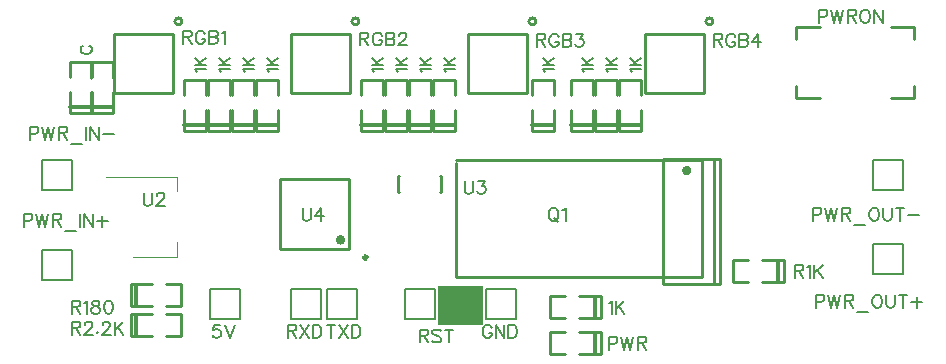
<source format=gto>
G04 ---------------------------- Layer name :TOP SILK LAYER*
G04 EasyEDA v5.4.12, Wed, 23 May 2018 11:05:33 GMT*
G04 2d2955f7f8a9499e967eeb654262379c*
G04 Gerber Generator version 0.2*
G04 Scale: 100 percent, Rotated: No, Reflected: No *
G04 Dimensions in millimeters *
G04 leading zeros omitted , absolute positions ,3 integer and 3 decimal *
%FSLAX33Y33*%
%MOMM*%
G90*
G71D02*

%ADD10C,0.254000*%
%ADD11C,0.399999*%
%ADD14C,0.203200*%
%ADD28C,0.119990*%
%ADD29C,0.249999*%
%ADD30C,0.330200*%
%ADD31C,0.202999*%
%ADD32C,0.299999*%
%ADD33C,0.177800*%

%LPD*%
G54D10*
G01X37338Y19304D02*
G01X58166Y19304D01*
G01X58166Y9398D01*
G01X37338Y9398D01*
G01X37338Y19050D01*
G54D28*
G01X9984Y11066D02*
G01X13746Y11066D01*
G01X13746Y12329D01*
G01X7736Y17889D02*
G01X13746Y17889D01*
G01X13746Y16626D01*
G54D10*
G01X35991Y17932D02*
G01X36093Y17932D01*
G01X36093Y16611D01*
G01X35991Y16611D01*
G01X32588Y16611D02*
G01X32435Y16611D01*
G01X32435Y17932D01*
G01X32588Y17932D01*
G01X68171Y24521D02*
G01X66169Y24521D01*
G01X66169Y25521D01*
G01X74170Y30520D02*
G01X76169Y30520D01*
G01X76169Y29519D01*
G01X66169Y29519D02*
G01X66169Y30520D01*
G01X68171Y30520D01*
G01X76169Y25521D02*
G01X76169Y24521D01*
G01X74170Y24521D01*
G54D29*
G01X58379Y29931D02*
G01X58379Y24932D01*
G01X58379Y24932D02*
G01X53380Y24932D01*
G01X53380Y29931D02*
G01X53380Y24932D01*
G01X58379Y29933D02*
G01X53380Y29933D01*
G01X43394Y29931D02*
G01X43394Y24932D01*
G01X43394Y24932D02*
G01X38393Y24932D01*
G01X38393Y29931D02*
G01X38393Y24932D01*
G01X43394Y29933D02*
G01X38393Y29933D01*
G01X28407Y29931D02*
G01X28407Y24932D01*
G01X28407Y24932D02*
G01X23408Y24932D01*
G01X23408Y29931D02*
G01X23408Y24932D01*
G01X28407Y29933D02*
G01X23408Y29933D01*
G01X13422Y29931D02*
G01X13422Y24932D01*
G01X13422Y24932D02*
G01X8421Y24932D01*
G01X8421Y29931D02*
G01X8421Y24932D01*
G01X13422Y29933D02*
G01X8421Y29933D01*
G54D30*
G01X64637Y10779D02*
G01X64637Y9032D01*
G54D10*
G01X63312Y10833D02*
G01X65112Y10833D01*
G01X65112Y8978D01*
G01X62113Y10833D02*
G01X60838Y10833D01*
G01X60838Y8978D01*
G01X60838Y8978D02*
G01X62113Y8978D01*
G01X63312Y8978D02*
G01X65112Y8978D01*
G54D30*
G01X10292Y7000D02*
G01X10292Y8747D01*
G54D10*
G01X11617Y6946D02*
G01X9817Y6946D01*
G01X9817Y8801D01*
G01X12816Y6946D02*
G01X14091Y6946D01*
G01X14091Y8801D01*
G01X14091Y8801D02*
G01X12816Y8801D01*
G01X11617Y8801D02*
G01X9817Y8801D01*
G54D30*
G01X10292Y4460D02*
G01X10292Y6207D01*
G54D10*
G01X11617Y4406D02*
G01X9817Y4406D01*
G01X9817Y6261D01*
G01X12816Y4406D02*
G01X14091Y4406D01*
G01X14091Y6261D01*
G01X14091Y6261D02*
G01X12816Y6261D01*
G01X11617Y6261D02*
G01X9817Y6261D01*
G01X59695Y19397D02*
G01X59695Y8796D01*
G01X54897Y8796D01*
G01X54897Y19397D01*
G01X59695Y19397D01*
G01X59197Y8796D02*
G01X59197Y19397D01*
G01X22451Y11783D02*
G01X28348Y11783D01*
G01X28348Y17680D01*
G01X22451Y17680D01*
G01X22451Y11783D01*
G54D14*
G01X25908Y5842D02*
G01X23368Y5842D01*
G01X23368Y8382D01*
G01X25908Y8382D01*
G01X25908Y6477D01*
G54D31*
G01X25908Y5842D02*
G01X25908Y6477D01*
G54D14*
G01X28956Y5842D02*
G01X26416Y5842D01*
G01X26416Y8382D01*
G01X28956Y8382D01*
G01X28956Y6477D01*
G54D31*
G01X28956Y5842D02*
G01X28956Y6477D01*
G54D14*
G01X35560Y5842D02*
G01X33020Y5842D01*
G01X33020Y8382D01*
G01X35560Y8382D01*
G01X35560Y6477D01*
G54D31*
G01X35560Y5842D02*
G01X35560Y6477D01*
G54D14*
G01X42418Y5842D02*
G01X39878Y5842D01*
G01X39878Y8382D01*
G01X42418Y8382D01*
G01X42418Y6477D01*
G54D31*
G01X42418Y5842D02*
G01X42418Y6477D01*
G54D14*
G01X19050Y5842D02*
G01X16510Y5842D01*
G01X16510Y8382D01*
G01X19050Y8382D01*
G01X19050Y6477D01*
G54D31*
G01X19050Y5842D02*
G01X19050Y6477D01*
G54D14*
G01X4826Y9144D02*
G01X2286Y9144D01*
G01X2286Y11684D01*
G01X4826Y11684D01*
G01X4826Y9779D01*
G54D31*
G01X4826Y9144D02*
G01X4826Y9779D01*
G54D14*
G01X4826Y16764D02*
G01X2286Y16764D01*
G01X2286Y19304D01*
G01X4826Y19304D01*
G01X4826Y17399D01*
G54D31*
G01X4826Y16764D02*
G01X4826Y17399D01*
G54D14*
G01X75184Y16764D02*
G01X72644Y16764D01*
G01X72644Y19304D01*
G01X75184Y19304D01*
G01X75184Y17399D01*
G54D31*
G01X75184Y16764D02*
G01X75184Y17399D01*
G54D14*
G01X75184Y9652D02*
G01X72644Y9652D01*
G01X72644Y12192D01*
G01X75184Y12192D01*
G01X75184Y10287D01*
G54D31*
G01X75184Y9652D02*
G01X75184Y10287D01*
G54D30*
G01X16113Y22230D02*
G01X14366Y22230D01*
G54D10*
G01X16167Y23555D02*
G01X16167Y21755D01*
G01X14312Y21755D01*
G01X16167Y24754D02*
G01X16167Y26029D01*
G01X14312Y26029D01*
G01X14312Y26029D02*
G01X14312Y24754D01*
G01X14312Y23555D02*
G01X14312Y21755D01*
G54D30*
G01X18145Y22230D02*
G01X16398Y22230D01*
G54D10*
G01X18199Y23555D02*
G01X18199Y21755D01*
G01X16344Y21755D01*
G01X18199Y24754D02*
G01X18199Y26029D01*
G01X16344Y26029D01*
G01X16344Y26029D02*
G01X16344Y24754D01*
G01X16344Y23555D02*
G01X16344Y21755D01*
G54D30*
G01X20177Y22230D02*
G01X18430Y22230D01*
G54D10*
G01X20231Y23555D02*
G01X20231Y21755D01*
G01X18376Y21755D01*
G01X20231Y24754D02*
G01X20231Y26029D01*
G01X18376Y26029D01*
G01X18376Y26029D02*
G01X18376Y24754D01*
G01X18376Y23555D02*
G01X18376Y21755D01*
G54D30*
G01X22209Y22230D02*
G01X20462Y22230D01*
G54D10*
G01X22263Y23555D02*
G01X22263Y21755D01*
G01X20408Y21755D01*
G01X22263Y24754D02*
G01X22263Y26029D01*
G01X20408Y26029D01*
G01X20408Y26029D02*
G01X20408Y24754D01*
G01X20408Y23555D02*
G01X20408Y21755D01*
G54D30*
G01X49143Y4683D02*
G01X49143Y2936D01*
G54D10*
G01X47818Y4737D02*
G01X49618Y4737D01*
G01X49618Y2882D01*
G01X46619Y4737D02*
G01X45344Y4737D01*
G01X45344Y2882D01*
G01X45344Y2882D02*
G01X46619Y2882D01*
G01X47818Y2882D02*
G01X49618Y2882D01*
G54D30*
G01X49146Y7729D02*
G01X49146Y5981D01*
G54D10*
G01X47820Y7782D02*
G01X49621Y7782D01*
G01X49621Y5928D01*
G01X46621Y7782D02*
G01X45346Y7782D01*
G01X45346Y5928D01*
G01X45346Y5928D02*
G01X46621Y5928D01*
G01X47820Y5928D02*
G01X49621Y5928D01*
G54D30*
G01X31099Y22230D02*
G01X29352Y22230D01*
G54D10*
G01X31153Y23555D02*
G01X31153Y21755D01*
G01X29298Y21755D01*
G01X31153Y24754D02*
G01X31153Y26029D01*
G01X29298Y26029D01*
G01X29298Y26029D02*
G01X29298Y24754D01*
G01X29298Y23555D02*
G01X29298Y21755D01*
G54D30*
G01X33131Y22230D02*
G01X31384Y22230D01*
G54D10*
G01X33185Y23555D02*
G01X33185Y21755D01*
G01X31330Y21755D01*
G01X33185Y24754D02*
G01X33185Y26029D01*
G01X31330Y26029D01*
G01X31330Y26029D02*
G01X31330Y24754D01*
G01X31330Y23555D02*
G01X31330Y21755D01*
G54D30*
G01X35163Y22230D02*
G01X33416Y22230D01*
G54D10*
G01X35217Y23555D02*
G01X35217Y21755D01*
G01X33362Y21755D01*
G01X35217Y24754D02*
G01X35217Y26029D01*
G01X33362Y26029D01*
G01X33362Y26029D02*
G01X33362Y24754D01*
G01X33362Y23555D02*
G01X33362Y21755D01*
G54D30*
G01X37195Y22230D02*
G01X35448Y22230D01*
G54D10*
G01X37249Y23555D02*
G01X37249Y21755D01*
G01X35394Y21755D01*
G01X37249Y24754D02*
G01X37249Y26029D01*
G01X35394Y26029D01*
G01X35394Y26029D02*
G01X35394Y24754D01*
G01X35394Y23555D02*
G01X35394Y21755D01*
G54D30*
G01X45577Y22230D02*
G01X43830Y22230D01*
G54D10*
G01X45631Y23555D02*
G01X45631Y21755D01*
G01X43776Y21755D01*
G01X45631Y24754D02*
G01X45631Y26029D01*
G01X43776Y26029D01*
G01X43776Y26029D02*
G01X43776Y24754D01*
G01X43776Y23555D02*
G01X43776Y21755D01*
G54D30*
G01X48879Y22230D02*
G01X47132Y22230D01*
G54D10*
G01X48933Y23555D02*
G01X48933Y21755D01*
G01X47078Y21755D01*
G01X48933Y24754D02*
G01X48933Y26029D01*
G01X47078Y26029D01*
G01X47078Y26029D02*
G01X47078Y24754D01*
G01X47078Y23555D02*
G01X47078Y21755D01*
G54D30*
G01X50911Y22230D02*
G01X49164Y22230D01*
G54D10*
G01X50965Y23555D02*
G01X50965Y21755D01*
G01X49110Y21755D01*
G01X50965Y24754D02*
G01X50965Y26029D01*
G01X49110Y26029D01*
G01X49110Y26029D02*
G01X49110Y24754D01*
G01X49110Y23555D02*
G01X49110Y21755D01*
G54D30*
G01X52943Y22230D02*
G01X51196Y22230D01*
G54D10*
G01X52997Y23555D02*
G01X52997Y21755D01*
G01X51142Y21755D01*
G01X52997Y24754D02*
G01X52997Y26029D01*
G01X51142Y26029D01*
G01X51142Y26029D02*
G01X51142Y24754D01*
G01X51142Y23555D02*
G01X51142Y21755D01*
G54D30*
G01X6461Y23754D02*
G01X4714Y23754D01*
G54D10*
G01X6515Y25079D02*
G01X6515Y23279D01*
G01X4660Y23279D01*
G01X6515Y26278D02*
G01X6515Y27553D01*
G01X4660Y27553D01*
G01X4660Y27553D02*
G01X4660Y26278D01*
G01X4660Y25079D02*
G01X4660Y23279D01*
G54D30*
G01X8239Y23751D02*
G01X6492Y23751D01*
G54D10*
G01X8293Y25077D02*
G01X8293Y23276D01*
G01X6438Y23276D01*
G01X8293Y26276D02*
G01X8293Y27551D01*
G01X6438Y27551D01*
G01X6438Y27551D02*
G01X6438Y26276D01*
G01X6438Y25077D02*
G01X6438Y23276D01*
G54D33*
G01X10922Y16510D02*
G01X10922Y15732D01*
G01X10972Y15575D01*
G01X11076Y15471D01*
G01X11234Y15420D01*
G01X11338Y15420D01*
G01X11493Y15471D01*
G01X11597Y15575D01*
G01X11648Y15732D01*
G01X11648Y16510D01*
G01X12044Y16250D02*
G01X12044Y16304D01*
G01X12095Y16408D01*
G01X12148Y16459D01*
G01X12252Y16510D01*
G01X12458Y16510D01*
G01X12562Y16459D01*
G01X12616Y16408D01*
G01X12666Y16304D01*
G01X12666Y16200D01*
G01X12616Y16095D01*
G01X12512Y15938D01*
G01X11991Y15420D01*
G01X12720Y15420D01*
G01X38100Y17526D02*
G01X38100Y16748D01*
G01X38150Y16591D01*
G01X38254Y16487D01*
G01X38412Y16436D01*
G01X38516Y16436D01*
G01X38671Y16487D01*
G01X38775Y16591D01*
G01X38826Y16748D01*
G01X38826Y17526D01*
G01X39273Y17526D02*
G01X39844Y17526D01*
G01X39535Y17111D01*
G01X39690Y17111D01*
G01X39794Y17058D01*
G01X39844Y17007D01*
G01X39898Y16852D01*
G01X39898Y16748D01*
G01X39844Y16591D01*
G01X39740Y16487D01*
G01X39585Y16436D01*
G01X39430Y16436D01*
G01X39273Y16487D01*
G01X39222Y16540D01*
G01X39169Y16644D01*
G01X68072Y32003D02*
G01X68072Y30914D01*
G01X68072Y32003D02*
G01X68539Y32003D01*
G01X68694Y31953D01*
G01X68747Y31902D01*
G01X68798Y31798D01*
G01X68798Y31640D01*
G01X68747Y31536D01*
G01X68694Y31485D01*
G01X68539Y31432D01*
G01X68072Y31432D01*
G01X69141Y32003D02*
G01X69402Y30914D01*
G01X69662Y32003D02*
G01X69402Y30914D01*
G01X69662Y32003D02*
G01X69921Y30914D01*
G01X70180Y32003D02*
G01X69921Y30914D01*
G01X70523Y32003D02*
G01X70523Y30914D01*
G01X70523Y32003D02*
G01X70993Y32003D01*
G01X71147Y31953D01*
G01X71198Y31902D01*
G01X71252Y31798D01*
G01X71252Y31694D01*
G01X71198Y31589D01*
G01X71147Y31536D01*
G01X70993Y31485D01*
G01X70523Y31485D01*
G01X70888Y31485D02*
G01X71252Y30914D01*
G01X71907Y32003D02*
G01X71803Y31953D01*
G01X71699Y31849D01*
G01X71645Y31744D01*
G01X71594Y31589D01*
G01X71594Y31330D01*
G01X71645Y31173D01*
G01X71699Y31069D01*
G01X71803Y30965D01*
G01X71907Y30914D01*
G01X72113Y30914D01*
G01X72217Y30965D01*
G01X72321Y31069D01*
G01X72374Y31173D01*
G01X72425Y31330D01*
G01X72425Y31589D01*
G01X72374Y31744D01*
G01X72321Y31849D01*
G01X72217Y31953D01*
G01X72113Y32003D01*
G01X71907Y32003D01*
G01X72768Y32003D02*
G01X72768Y30914D01*
G01X72768Y32003D02*
G01X73494Y30914D01*
G01X73494Y32003D02*
G01X73494Y30914D01*
G01X59182Y29972D02*
G01X59182Y28882D01*
G01X59182Y29972D02*
G01X59649Y29972D01*
G01X59804Y29921D01*
G01X59857Y29870D01*
G01X59908Y29766D01*
G01X59908Y29662D01*
G01X59857Y29558D01*
G01X59804Y29504D01*
G01X59649Y29453D01*
G01X59182Y29453D01*
G01X59545Y29453D02*
G01X59908Y28882D01*
G01X61031Y29712D02*
G01X60980Y29817D01*
G01X60876Y29921D01*
G01X60772Y29972D01*
G01X60563Y29972D01*
G01X60459Y29921D01*
G01X60355Y29817D01*
G01X60304Y29712D01*
G01X60251Y29558D01*
G01X60251Y29298D01*
G01X60304Y29141D01*
G01X60355Y29037D01*
G01X60459Y28933D01*
G01X60563Y28882D01*
G01X60772Y28882D01*
G01X60876Y28933D01*
G01X60980Y29037D01*
G01X61031Y29141D01*
G01X61031Y29298D01*
G01X60772Y29298D02*
G01X61031Y29298D01*
G01X61374Y29972D02*
G01X61374Y28882D01*
G01X61374Y29972D02*
G01X61841Y29972D01*
G01X61998Y29921D01*
G01X62049Y29870D01*
G01X62103Y29766D01*
G01X62103Y29662D01*
G01X62049Y29558D01*
G01X61998Y29504D01*
G01X61841Y29453D01*
G01X61374Y29453D02*
G01X61841Y29453D01*
G01X61998Y29400D01*
G01X62049Y29349D01*
G01X62103Y29245D01*
G01X62103Y29090D01*
G01X62049Y28986D01*
G01X61998Y28933D01*
G01X61841Y28882D01*
G01X61374Y28882D01*
G01X62964Y29972D02*
G01X62445Y29245D01*
G01X63223Y29245D01*
G01X62964Y29972D02*
G01X62964Y28882D01*
G01X44209Y29971D02*
G01X44209Y28882D01*
G01X44209Y29971D02*
G01X44677Y29971D01*
G01X44832Y29921D01*
G01X44883Y29870D01*
G01X44936Y29766D01*
G01X44936Y29662D01*
G01X44883Y29557D01*
G01X44832Y29504D01*
G01X44677Y29453D01*
G01X44209Y29453D01*
G01X44573Y29453D02*
G01X44936Y28882D01*
G01X46059Y29712D02*
G01X46005Y29817D01*
G01X45901Y29921D01*
G01X45797Y29971D01*
G01X45591Y29971D01*
G01X45487Y29921D01*
G01X45383Y29817D01*
G01X45330Y29712D01*
G01X45279Y29557D01*
G01X45279Y29298D01*
G01X45330Y29141D01*
G01X45383Y29037D01*
G01X45487Y28933D01*
G01X45591Y28882D01*
G01X45797Y28882D01*
G01X45901Y28933D01*
G01X46005Y29037D01*
G01X46059Y29141D01*
G01X46059Y29298D01*
G01X45797Y29298D02*
G01X46059Y29298D01*
G01X46401Y29971D02*
G01X46401Y28882D01*
G01X46401Y29971D02*
G01X46869Y29971D01*
G01X47024Y29921D01*
G01X47077Y29870D01*
G01X47128Y29766D01*
G01X47128Y29662D01*
G01X47077Y29557D01*
G01X47024Y29504D01*
G01X46869Y29453D01*
G01X46401Y29453D02*
G01X46869Y29453D01*
G01X47024Y29400D01*
G01X47077Y29349D01*
G01X47128Y29245D01*
G01X47128Y29090D01*
G01X47077Y28986D01*
G01X47024Y28933D01*
G01X46869Y28882D01*
G01X46401Y28882D01*
G01X47575Y29971D02*
G01X48146Y29971D01*
G01X47834Y29557D01*
G01X47991Y29557D01*
G01X48096Y29504D01*
G01X48146Y29453D01*
G01X48197Y29298D01*
G01X48197Y29194D01*
G01X48146Y29037D01*
G01X48042Y28933D01*
G01X47887Y28882D01*
G01X47730Y28882D01*
G01X47575Y28933D01*
G01X47524Y28986D01*
G01X47471Y29090D01*
G01X29237Y30086D02*
G01X29237Y28996D01*
G01X29237Y30086D02*
G01X29705Y30086D01*
G01X29860Y30035D01*
G01X29913Y29984D01*
G01X29964Y29880D01*
G01X29964Y29776D01*
G01X29913Y29672D01*
G01X29860Y29618D01*
G01X29705Y29568D01*
G01X29237Y29568D01*
G01X29601Y29568D02*
G01X29964Y28996D01*
G01X31087Y29827D02*
G01X31036Y29931D01*
G01X30932Y30035D01*
G01X30827Y30086D01*
G01X30619Y30086D01*
G01X30515Y30035D01*
G01X30411Y29931D01*
G01X30360Y29827D01*
G01X30307Y29672D01*
G01X30307Y29413D01*
G01X30360Y29255D01*
G01X30411Y29151D01*
G01X30515Y29047D01*
G01X30619Y28996D01*
G01X30827Y28996D01*
G01X30932Y29047D01*
G01X31036Y29151D01*
G01X31087Y29255D01*
G01X31087Y29413D01*
G01X30827Y29413D02*
G01X31087Y29413D01*
G01X31429Y30086D02*
G01X31429Y28996D01*
G01X31429Y30086D02*
G01X31897Y30086D01*
G01X32054Y30035D01*
G01X32105Y29984D01*
G01X32158Y29880D01*
G01X32158Y29776D01*
G01X32105Y29672D01*
G01X32054Y29618D01*
G01X31897Y29568D01*
G01X31429Y29568D02*
G01X31897Y29568D01*
G01X32054Y29514D01*
G01X32105Y29464D01*
G01X32158Y29359D01*
G01X32158Y29204D01*
G01X32105Y29100D01*
G01X32054Y29047D01*
G01X31897Y28996D01*
G01X31429Y28996D01*
G01X32552Y29827D02*
G01X32552Y29880D01*
G01X32603Y29984D01*
G01X32656Y30035D01*
G01X32760Y30086D01*
G01X32969Y30086D01*
G01X33073Y30035D01*
G01X33124Y29984D01*
G01X33174Y29880D01*
G01X33174Y29776D01*
G01X33124Y29672D01*
G01X33019Y29514D01*
G01X32501Y28996D01*
G01X33228Y28996D01*
G01X14265Y30226D02*
G01X14265Y29136D01*
G01X14265Y30226D02*
G01X14733Y30226D01*
G01X14888Y30175D01*
G01X14938Y30124D01*
G01X14992Y30020D01*
G01X14992Y29916D01*
G01X14938Y29811D01*
G01X14888Y29758D01*
G01X14733Y29707D01*
G01X14265Y29707D01*
G01X14629Y29707D02*
G01X14992Y29136D01*
G01X16115Y29966D02*
G01X16061Y30071D01*
G01X15957Y30175D01*
G01X15853Y30226D01*
G01X15647Y30226D01*
G01X15543Y30175D01*
G01X15439Y30071D01*
G01X15386Y29966D01*
G01X15335Y29811D01*
G01X15335Y29552D01*
G01X15386Y29395D01*
G01X15439Y29291D01*
G01X15543Y29187D01*
G01X15647Y29136D01*
G01X15853Y29136D01*
G01X15957Y29187D01*
G01X16061Y29291D01*
G01X16115Y29395D01*
G01X16115Y29552D01*
G01X15853Y29552D02*
G01X16115Y29552D01*
G01X16457Y30226D02*
G01X16457Y29136D01*
G01X16457Y30226D02*
G01X16925Y30226D01*
G01X17080Y30175D01*
G01X17133Y30124D01*
G01X17184Y30020D01*
G01X17184Y29916D01*
G01X17133Y29811D01*
G01X17080Y29758D01*
G01X16925Y29707D01*
G01X16457Y29707D02*
G01X16925Y29707D01*
G01X17080Y29654D01*
G01X17133Y29603D01*
G01X17184Y29499D01*
G01X17184Y29344D01*
G01X17133Y29240D01*
G01X17080Y29187D01*
G01X16925Y29136D01*
G01X16457Y29136D01*
G01X17527Y30020D02*
G01X17631Y30071D01*
G01X17786Y30226D01*
G01X17786Y29136D01*
G01X66039Y10414D02*
G01X66039Y9324D01*
G01X66039Y10414D02*
G01X66507Y10414D01*
G01X66662Y10363D01*
G01X66715Y10312D01*
G01X66766Y10208D01*
G01X66766Y10104D01*
G01X66715Y10000D01*
G01X66662Y9946D01*
G01X66507Y9895D01*
G01X66039Y9895D01*
G01X66403Y9895D02*
G01X66766Y9324D01*
G01X67109Y10208D02*
G01X67213Y10259D01*
G01X67370Y10414D01*
G01X67370Y9324D01*
G01X67713Y10414D02*
G01X67713Y9324D01*
G01X68440Y10414D02*
G01X67713Y9687D01*
G01X67972Y9946D02*
G01X68440Y9324D01*
G01X4826Y7366D02*
G01X4826Y6276D01*
G01X4826Y7366D02*
G01X5293Y7366D01*
G01X5448Y7315D01*
G01X5501Y7264D01*
G01X5552Y7160D01*
G01X5552Y7056D01*
G01X5501Y6951D01*
G01X5448Y6898D01*
G01X5293Y6847D01*
G01X4826Y6847D01*
G01X5189Y6847D02*
G01X5552Y6276D01*
G01X5895Y7160D02*
G01X5999Y7211D01*
G01X6156Y7366D01*
G01X6156Y6276D01*
G01X6758Y7366D02*
G01X6604Y7315D01*
G01X6550Y7211D01*
G01X6550Y7106D01*
G01X6604Y7002D01*
G01X6705Y6951D01*
G01X6913Y6898D01*
G01X7071Y6847D01*
G01X7175Y6743D01*
G01X7226Y6639D01*
G01X7226Y6484D01*
G01X7175Y6380D01*
G01X7122Y6327D01*
G01X6967Y6276D01*
G01X6758Y6276D01*
G01X6604Y6327D01*
G01X6550Y6380D01*
G01X6499Y6484D01*
G01X6499Y6639D01*
G01X6550Y6743D01*
G01X6654Y6847D01*
G01X6809Y6898D01*
G01X7018Y6951D01*
G01X7122Y7002D01*
G01X7175Y7106D01*
G01X7175Y7211D01*
G01X7122Y7315D01*
G01X6967Y7366D01*
G01X6758Y7366D01*
G01X7881Y7366D02*
G01X7724Y7315D01*
G01X7620Y7160D01*
G01X7569Y6898D01*
G01X7569Y6743D01*
G01X7620Y6484D01*
G01X7724Y6327D01*
G01X7881Y6276D01*
G01X7985Y6276D01*
G01X8140Y6327D01*
G01X8244Y6484D01*
G01X8295Y6743D01*
G01X8295Y6898D01*
G01X8244Y7160D01*
G01X8140Y7315D01*
G01X7985Y7366D01*
G01X7881Y7366D01*
G01X4826Y5588D02*
G01X4826Y4498D01*
G01X4826Y5588D02*
G01X5293Y5588D01*
G01X5448Y5537D01*
G01X5501Y5486D01*
G01X5552Y5382D01*
G01X5552Y5278D01*
G01X5501Y5173D01*
G01X5448Y5120D01*
G01X5293Y5069D01*
G01X4826Y5069D01*
G01X5189Y5069D02*
G01X5552Y4498D01*
G01X5948Y5328D02*
G01X5948Y5382D01*
G01X5999Y5486D01*
G01X6052Y5537D01*
G01X6156Y5588D01*
G01X6362Y5588D01*
G01X6466Y5537D01*
G01X6520Y5486D01*
G01X6570Y5382D01*
G01X6570Y5278D01*
G01X6520Y5173D01*
G01X6416Y5016D01*
G01X5895Y4498D01*
G01X6624Y4498D01*
G01X7018Y4757D02*
G01X6967Y4706D01*
G01X7018Y4653D01*
G01X7071Y4706D01*
G01X7018Y4757D01*
G01X7465Y5328D02*
G01X7465Y5382D01*
G01X7518Y5486D01*
G01X7569Y5537D01*
G01X7673Y5588D01*
G01X7881Y5588D01*
G01X7985Y5537D01*
G01X8036Y5486D01*
G01X8089Y5382D01*
G01X8089Y5278D01*
G01X8036Y5173D01*
G01X7932Y5016D01*
G01X7414Y4498D01*
G01X8140Y4498D01*
G01X8483Y5588D02*
G01X8483Y4498D01*
G01X9210Y5588D02*
G01X8483Y4861D01*
G01X8742Y5120D02*
G01X9210Y4498D01*
G01X45524Y15240D02*
G01X45420Y15189D01*
G01X45316Y15085D01*
G01X45262Y14980D01*
G01X45212Y14825D01*
G01X45212Y14566D01*
G01X45262Y14409D01*
G01X45316Y14305D01*
G01X45420Y14201D01*
G01X45524Y14150D01*
G01X45732Y14150D01*
G01X45834Y14201D01*
G01X45938Y14305D01*
G01X45991Y14409D01*
G01X46042Y14566D01*
G01X46042Y14825D01*
G01X45991Y14980D01*
G01X45938Y15085D01*
G01X45834Y15189D01*
G01X45732Y15240D01*
G01X45524Y15240D01*
G01X45679Y14358D02*
G01X45991Y14046D01*
G01X46385Y15034D02*
G01X46489Y15085D01*
G01X46647Y15240D01*
G01X46647Y14150D01*
G01X24384Y15240D02*
G01X24384Y14462D01*
G01X24434Y14305D01*
G01X24538Y14201D01*
G01X24696Y14150D01*
G01X24800Y14150D01*
G01X24955Y14201D01*
G01X25059Y14305D01*
G01X25110Y14462D01*
G01X25110Y15240D01*
G01X25974Y15240D02*
G01X25453Y14513D01*
G01X26233Y14513D01*
G01X25974Y15240D02*
G01X25974Y14150D01*
G01X23114Y5334D02*
G01X23114Y4244D01*
G01X23114Y5334D02*
G01X23581Y5334D01*
G01X23736Y5283D01*
G01X23789Y5232D01*
G01X23840Y5128D01*
G01X23840Y5024D01*
G01X23789Y4919D01*
G01X23736Y4866D01*
G01X23581Y4815D01*
G01X23114Y4815D01*
G01X23477Y4815D02*
G01X23840Y4244D01*
G01X24183Y5334D02*
G01X24912Y4244D01*
G01X24912Y5334D02*
G01X24183Y4244D01*
G01X25255Y5334D02*
G01X25255Y4244D01*
G01X25255Y5334D02*
G01X25618Y5334D01*
G01X25773Y5283D01*
G01X25877Y5179D01*
G01X25930Y5074D01*
G01X25981Y4919D01*
G01X25981Y4660D01*
G01X25930Y4503D01*
G01X25877Y4399D01*
G01X25773Y4295D01*
G01X25618Y4244D01*
G01X25255Y4244D01*
G01X26779Y5334D02*
G01X26779Y4244D01*
G01X26416Y5334D02*
G01X27142Y5334D01*
G01X27485Y5334D02*
G01X28214Y4244D01*
G01X28214Y5334D02*
G01X27485Y4244D01*
G01X28557Y5334D02*
G01X28557Y4244D01*
G01X28557Y5334D02*
G01X28920Y5334D01*
G01X29075Y5283D01*
G01X29179Y5179D01*
G01X29232Y5074D01*
G01X29283Y4919D01*
G01X29283Y4660D01*
G01X29232Y4503D01*
G01X29179Y4399D01*
G01X29075Y4295D01*
G01X28920Y4244D01*
G01X28557Y4244D01*
G01X34290Y4940D02*
G01X34290Y3850D01*
G01X34290Y4940D02*
G01X34757Y4940D01*
G01X34912Y4889D01*
G01X34965Y4838D01*
G01X35016Y4734D01*
G01X35016Y4630D01*
G01X34965Y4526D01*
G01X34912Y4472D01*
G01X34757Y4422D01*
G01X34290Y4422D01*
G01X34653Y4422D02*
G01X35016Y3850D01*
G01X36088Y4785D02*
G01X35984Y4889D01*
G01X35826Y4940D01*
G01X35620Y4940D01*
G01X35463Y4889D01*
G01X35359Y4785D01*
G01X35359Y4681D01*
G01X35412Y4577D01*
G01X35463Y4526D01*
G01X35567Y4472D01*
G01X35880Y4368D01*
G01X35984Y4318D01*
G01X36034Y4267D01*
G01X36088Y4163D01*
G01X36088Y4005D01*
G01X35984Y3901D01*
G01X35826Y3850D01*
G01X35620Y3850D01*
G01X35463Y3901D01*
G01X35359Y4005D01*
G01X36794Y4940D02*
G01X36794Y3850D01*
G01X36431Y4940D02*
G01X37157Y4940D01*
G01X40403Y5074D02*
G01X40350Y5179D01*
G01X40246Y5283D01*
G01X40144Y5334D01*
G01X39936Y5334D01*
G01X39832Y5283D01*
G01X39728Y5179D01*
G01X39674Y5074D01*
G01X39624Y4919D01*
G01X39624Y4660D01*
G01X39674Y4503D01*
G01X39728Y4399D01*
G01X39832Y4295D01*
G01X39936Y4244D01*
G01X40144Y4244D01*
G01X40246Y4295D01*
G01X40350Y4399D01*
G01X40403Y4503D01*
G01X40403Y4660D01*
G01X40144Y4660D02*
G01X40403Y4660D01*
G01X40746Y5334D02*
G01X40746Y4244D01*
G01X40746Y5334D02*
G01X41473Y4244D01*
G01X41473Y5334D02*
G01X41473Y4244D01*
G01X41816Y5334D02*
G01X41816Y4244D01*
G01X41816Y5334D02*
G01X42179Y5334D01*
G01X42336Y5283D01*
G01X42440Y5179D01*
G01X42491Y5074D01*
G01X42545Y4919D01*
G01X42545Y4660D01*
G01X42491Y4503D01*
G01X42440Y4399D01*
G01X42336Y4295D01*
G01X42179Y4244D01*
G01X41816Y4244D01*
G01X17386Y5334D02*
G01X16868Y5334D01*
G01X16814Y4866D01*
G01X16868Y4919D01*
G01X17023Y4970D01*
G01X17180Y4970D01*
G01X17335Y4919D01*
G01X17439Y4815D01*
G01X17490Y4660D01*
G01X17490Y4556D01*
G01X17439Y4399D01*
G01X17335Y4295D01*
G01X17180Y4244D01*
G01X17023Y4244D01*
G01X16868Y4295D01*
G01X16814Y4348D01*
G01X16764Y4452D01*
G01X17833Y5334D02*
G01X18249Y4244D01*
G01X18666Y5334D02*
G01X18249Y4244D01*
G01X762Y14732D02*
G01X762Y13642D01*
G01X762Y14732D02*
G01X1229Y14732D01*
G01X1384Y14681D01*
G01X1437Y14630D01*
G01X1488Y14526D01*
G01X1488Y14368D01*
G01X1437Y14264D01*
G01X1384Y14213D01*
G01X1229Y14160D01*
G01X762Y14160D01*
G01X1831Y14732D02*
G01X2092Y13642D01*
G01X2352Y14732D02*
G01X2092Y13642D01*
G01X2352Y14732D02*
G01X2611Y13642D01*
G01X2870Y14732D02*
G01X2611Y13642D01*
G01X3213Y14732D02*
G01X3213Y13642D01*
G01X3213Y14732D02*
G01X3683Y14732D01*
G01X3837Y14681D01*
G01X3888Y14630D01*
G01X3942Y14526D01*
G01X3942Y14422D01*
G01X3888Y14317D01*
G01X3837Y14264D01*
G01X3683Y14213D01*
G01X3213Y14213D01*
G01X3578Y14213D02*
G01X3942Y13642D01*
G01X4284Y13279D02*
G01X5219Y13279D01*
G01X5562Y14732D02*
G01X5562Y13642D01*
G01X5905Y14732D02*
G01X5905Y13642D01*
G01X5905Y14732D02*
G01X6631Y13642D01*
G01X6631Y14732D02*
G01X6631Y13642D01*
G01X7442Y14577D02*
G01X7442Y13642D01*
G01X6974Y14109D02*
G01X7912Y14109D01*
G01X1270Y22098D02*
G01X1270Y21008D01*
G01X1270Y22098D02*
G01X1737Y22098D01*
G01X1892Y22047D01*
G01X1945Y21996D01*
G01X1996Y21892D01*
G01X1996Y21734D01*
G01X1945Y21630D01*
G01X1892Y21579D01*
G01X1737Y21526D01*
G01X1270Y21526D01*
G01X2339Y22098D02*
G01X2600Y21008D01*
G01X2860Y22098D02*
G01X2600Y21008D01*
G01X2860Y22098D02*
G01X3119Y21008D01*
G01X3378Y22098D02*
G01X3119Y21008D01*
G01X3721Y22098D02*
G01X3721Y21008D01*
G01X3721Y22098D02*
G01X4191Y22098D01*
G01X4345Y22047D01*
G01X4396Y21996D01*
G01X4450Y21892D01*
G01X4450Y21788D01*
G01X4396Y21683D01*
G01X4345Y21630D01*
G01X4191Y21579D01*
G01X3721Y21579D01*
G01X4086Y21579D02*
G01X4450Y21008D01*
G01X4792Y20645D02*
G01X5727Y20645D01*
G01X6070Y22098D02*
G01X6070Y21008D01*
G01X6413Y22098D02*
G01X6413Y21008D01*
G01X6413Y22098D02*
G01X7139Y21008D01*
G01X7139Y22098D02*
G01X7139Y21008D01*
G01X7482Y21475D02*
G01X8420Y21475D01*
G01X67564Y15240D02*
G01X67564Y14150D01*
G01X67564Y15240D02*
G01X68031Y15240D01*
G01X68186Y15189D01*
G01X68239Y15138D01*
G01X68290Y15034D01*
G01X68290Y14876D01*
G01X68239Y14772D01*
G01X68186Y14721D01*
G01X68031Y14668D01*
G01X67564Y14668D01*
G01X68633Y15240D02*
G01X68894Y14150D01*
G01X69154Y15240D02*
G01X68894Y14150D01*
G01X69154Y15240D02*
G01X69413Y14150D01*
G01X69672Y15240D02*
G01X69413Y14150D01*
G01X70015Y15240D02*
G01X70015Y14150D01*
G01X70015Y15240D02*
G01X70485Y15240D01*
G01X70639Y15189D01*
G01X70690Y15138D01*
G01X70744Y15034D01*
G01X70744Y14930D01*
G01X70690Y14825D01*
G01X70639Y14772D01*
G01X70485Y14721D01*
G01X70015Y14721D01*
G01X70380Y14721D02*
G01X70744Y14150D01*
G01X71086Y13787D02*
G01X72021Y13787D01*
G01X72677Y15240D02*
G01X72572Y15189D01*
G01X72468Y15085D01*
G01X72415Y14980D01*
G01X72364Y14825D01*
G01X72364Y14566D01*
G01X72415Y14409D01*
G01X72468Y14305D01*
G01X72572Y14201D01*
G01X72677Y14150D01*
G01X72885Y14150D01*
G01X72986Y14201D01*
G01X73091Y14305D01*
G01X73144Y14409D01*
G01X73195Y14566D01*
G01X73195Y14825D01*
G01X73144Y14980D01*
G01X73091Y15085D01*
G01X72986Y15189D01*
G01X72885Y15240D01*
G01X72677Y15240D01*
G01X73538Y15240D02*
G01X73538Y14462D01*
G01X73591Y14305D01*
G01X73695Y14201D01*
G01X73850Y14150D01*
G01X73954Y14150D01*
G01X74109Y14201D01*
G01X74213Y14305D01*
G01X74267Y14462D01*
G01X74267Y15240D01*
G01X74973Y15240D02*
G01X74973Y14150D01*
G01X74609Y15240D02*
G01X75336Y15240D01*
G01X75679Y14617D02*
G01X76614Y14617D01*
G01X67818Y7874D02*
G01X67818Y6784D01*
G01X67818Y7874D02*
G01X68285Y7874D01*
G01X68440Y7823D01*
G01X68493Y7772D01*
G01X68544Y7668D01*
G01X68544Y7510D01*
G01X68493Y7406D01*
G01X68440Y7355D01*
G01X68285Y7302D01*
G01X67818Y7302D01*
G01X68887Y7874D02*
G01X69148Y6784D01*
G01X69408Y7874D02*
G01X69148Y6784D01*
G01X69408Y7874D02*
G01X69667Y6784D01*
G01X69926Y7874D02*
G01X69667Y6784D01*
G01X70269Y7874D02*
G01X70269Y6784D01*
G01X70269Y7874D02*
G01X70739Y7874D01*
G01X70893Y7823D01*
G01X70944Y7772D01*
G01X70998Y7668D01*
G01X70998Y7564D01*
G01X70944Y7459D01*
G01X70893Y7406D01*
G01X70739Y7355D01*
G01X70269Y7355D01*
G01X70634Y7355D02*
G01X70998Y6784D01*
G01X71340Y6421D02*
G01X72275Y6421D01*
G01X72931Y7874D02*
G01X72826Y7823D01*
G01X72722Y7719D01*
G01X72669Y7614D01*
G01X72618Y7459D01*
G01X72618Y7200D01*
G01X72669Y7043D01*
G01X72722Y6939D01*
G01X72826Y6835D01*
G01X72931Y6784D01*
G01X73139Y6784D01*
G01X73240Y6835D01*
G01X73345Y6939D01*
G01X73398Y7043D01*
G01X73449Y7200D01*
G01X73449Y7459D01*
G01X73398Y7614D01*
G01X73345Y7719D01*
G01X73240Y7823D01*
G01X73139Y7874D01*
G01X72931Y7874D01*
G01X73792Y7874D02*
G01X73792Y7096D01*
G01X73845Y6939D01*
G01X73949Y6835D01*
G01X74104Y6784D01*
G01X74208Y6784D01*
G01X74363Y6835D01*
G01X74467Y6939D01*
G01X74521Y7096D01*
G01X74521Y7874D01*
G01X75227Y7874D02*
G01X75227Y6784D01*
G01X74863Y7874D02*
G01X75590Y7874D01*
G01X76400Y7719D02*
G01X76400Y6784D01*
G01X75933Y7251D02*
G01X76868Y7251D01*
G01X15422Y26776D02*
G01X15377Y26868D01*
G01X15240Y27002D01*
G01X16195Y27002D01*
G01X15240Y27304D02*
G01X16195Y27304D01*
G01X15240Y27939D02*
G01X15877Y27304D01*
G01X15648Y27531D02*
G01X16195Y27939D01*
G01X17454Y26776D02*
G01X17409Y26868D01*
G01X17271Y27002D01*
G01X18227Y27002D01*
G01X17271Y27304D02*
G01X18227Y27304D01*
G01X17271Y27939D02*
G01X17909Y27304D01*
G01X17680Y27531D02*
G01X18227Y27939D01*
G01X19486Y26776D02*
G01X19441Y26868D01*
G01X19303Y27002D01*
G01X20259Y27002D01*
G01X19303Y27304D02*
G01X20259Y27304D01*
G01X19303Y27939D02*
G01X19941Y27304D01*
G01X19712Y27531D02*
G01X20259Y27939D01*
G01X21518Y26776D02*
G01X21473Y26868D01*
G01X21335Y27002D01*
G01X22291Y27002D01*
G01X21335Y27304D02*
G01X22291Y27304D01*
G01X21335Y27939D02*
G01X21973Y27304D01*
G01X21744Y27531D02*
G01X22291Y27939D01*
G01X50292Y4318D02*
G01X50292Y3228D01*
G01X50292Y4318D02*
G01X50759Y4318D01*
G01X50914Y4267D01*
G01X50967Y4216D01*
G01X51018Y4112D01*
G01X51018Y3954D01*
G01X50967Y3850D01*
G01X50914Y3799D01*
G01X50759Y3746D01*
G01X50292Y3746D01*
G01X51361Y4318D02*
G01X51622Y3228D01*
G01X51882Y4318D02*
G01X51622Y3228D01*
G01X51882Y4318D02*
G01X52141Y3228D01*
G01X52400Y4318D02*
G01X52141Y3228D01*
G01X52743Y4318D02*
G01X52743Y3228D01*
G01X52743Y4318D02*
G01X53213Y4318D01*
G01X53367Y4267D01*
G01X53418Y4216D01*
G01X53472Y4112D01*
G01X53472Y4008D01*
G01X53418Y3903D01*
G01X53367Y3850D01*
G01X53213Y3799D01*
G01X52743Y3799D01*
G01X53108Y3799D02*
G01X53472Y3228D01*
G01X50294Y7157D02*
G01X50398Y7208D01*
G01X50553Y7363D01*
G01X50553Y6273D01*
G01X50896Y7363D02*
G01X50896Y6273D01*
G01X51625Y7363D02*
G01X50896Y6637D01*
G01X51158Y6896D02*
G01X51625Y6273D01*
G01X30408Y26776D02*
G01X30363Y26868D01*
G01X30225Y27002D01*
G01X31181Y27002D01*
G01X30225Y27304D02*
G01X31181Y27304D01*
G01X30225Y27939D02*
G01X30863Y27304D01*
G01X30634Y27531D02*
G01X31181Y27939D01*
G01X32440Y26776D02*
G01X32395Y26868D01*
G01X32257Y27002D01*
G01X33213Y27002D01*
G01X32257Y27304D02*
G01X33213Y27304D01*
G01X32257Y27939D02*
G01X32895Y27304D01*
G01X32666Y27531D02*
G01X33213Y27939D01*
G01X34472Y26776D02*
G01X34427Y26868D01*
G01X34289Y27002D01*
G01X35245Y27002D01*
G01X34289Y27304D02*
G01X35245Y27304D01*
G01X34289Y27939D02*
G01X34927Y27304D01*
G01X34698Y27531D02*
G01X35245Y27939D01*
G01X36504Y26776D02*
G01X36459Y26868D01*
G01X36321Y27002D01*
G01X37277Y27002D01*
G01X36321Y27304D02*
G01X37277Y27304D01*
G01X36321Y27939D02*
G01X36959Y27304D01*
G01X36730Y27531D02*
G01X37277Y27939D01*
G01X44886Y26776D02*
G01X44841Y26868D01*
G01X44703Y27002D01*
G01X45659Y27002D01*
G01X44703Y27304D02*
G01X45659Y27304D01*
G01X44703Y27939D02*
G01X45341Y27304D01*
G01X45112Y27531D02*
G01X45659Y27939D01*
G01X48188Y26776D02*
G01X48143Y26868D01*
G01X48005Y27002D01*
G01X48961Y27002D01*
G01X48005Y27304D02*
G01X48961Y27304D01*
G01X48005Y27939D02*
G01X48643Y27304D01*
G01X48414Y27531D02*
G01X48961Y27939D01*
G01X50220Y26776D02*
G01X50175Y26868D01*
G01X50037Y27002D01*
G01X50993Y27002D01*
G01X50037Y27304D02*
G01X50993Y27304D01*
G01X50037Y27939D02*
G01X50675Y27304D01*
G01X50446Y27531D02*
G01X50993Y27939D01*
G01X52252Y26776D02*
G01X52207Y26868D01*
G01X52069Y27002D01*
G01X53025Y27002D01*
G01X52069Y27304D02*
G01X53025Y27304D01*
G01X52069Y27939D02*
G01X52707Y27304D01*
G01X52478Y27531D02*
G01X53025Y27939D01*
G01X5816Y28981D02*
G01X5725Y28938D01*
G01X5633Y28846D01*
G01X5587Y28755D01*
G01X5587Y28572D01*
G01X5633Y28483D01*
G01X5725Y28392D01*
G01X5816Y28346D01*
G01X5951Y28300D01*
G01X6179Y28300D01*
G01X6316Y28346D01*
G01X6405Y28392D01*
G01X6497Y28483D01*
G01X6543Y28572D01*
G01X6543Y28755D01*
G01X6497Y28846D01*
G01X6405Y28938D01*
G01X6316Y28981D01*
G01X5816Y28956D02*
G01X5725Y28912D01*
G01X5633Y28821D01*
G01X5587Y28729D01*
G01X5587Y28547D01*
G01X5633Y28458D01*
G01X5725Y28366D01*
G01X5816Y28321D01*
G01X5951Y28275D01*
G01X6179Y28275D01*
G01X6316Y28321D01*
G01X6405Y28366D01*
G01X6497Y28458D01*
G01X6543Y28547D01*
G01X6543Y28729D01*
G01X6497Y28821D01*
G01X6405Y28912D01*
G01X6316Y28956D01*
G54D11*
G75*
G01X57097Y18397D02*
G3X57097Y18395I-200J-1D01*
G01*
G54D32*
G75*
G01X29550Y11031D02*
G3X29550Y11034I150J1D01*
G01*
G54D11*
G75*
G01X27399Y12532D02*
G3X27399Y12535I200J1D01*
G01*
G54D10*
G75*
G01X59129Y31032D02*
G03X59129Y31032I-300J0D01*
G01*
G75*
G01X44143Y31032D02*
G03X44143Y31032I-300J0D01*
G01*
G75*
G01X29157Y31032D02*
G03X29157Y31032I-300J0D01*
G01*
G75*
G01X14171Y31032D02*
G03X14171Y31032I-300J0D01*
G01*
G36*
G01X35814Y8636D02*
G01X39624Y8636D01*
G01X39624Y5334D01*
G01X35814Y5334D01*
G01X35814Y8636D01*
G37*
M00*
M02*

</source>
